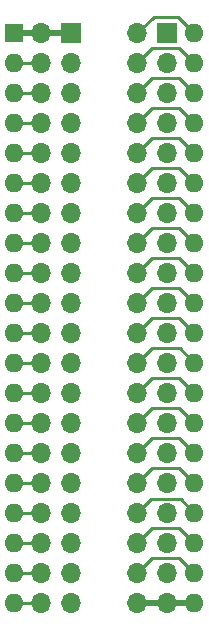
<source format=gbr>
G04 #@! TF.GenerationSoftware,KiCad,Pcbnew,8.0.4*
G04 #@! TF.CreationDate,2024-11-26T14:33:15+01:00*
G04 #@! TF.ProjectId,6502 2x40 Pin Cable Header,36353032-2032-4783-9430-2050696e2043,rev?*
G04 #@! TF.SameCoordinates,Original*
G04 #@! TF.FileFunction,Copper,L2,Bot*
G04 #@! TF.FilePolarity,Positive*
%FSLAX46Y46*%
G04 Gerber Fmt 4.6, Leading zero omitted, Abs format (unit mm)*
G04 Created by KiCad (PCBNEW 8.0.4) date 2024-11-26 14:33:15*
%MOMM*%
%LPD*%
G01*
G04 APERTURE LIST*
G04 #@! TA.AperFunction,ComponentPad*
%ADD10R,1.700000X1.700000*%
G04 #@! TD*
G04 #@! TA.AperFunction,ComponentPad*
%ADD11O,1.700000X1.700000*%
G04 #@! TD*
G04 #@! TA.AperFunction,ComponentPad*
%ADD12R,1.600000X1.600000*%
G04 #@! TD*
G04 #@! TA.AperFunction,ComponentPad*
%ADD13O,1.600000X1.600000*%
G04 #@! TD*
G04 #@! TA.AperFunction,Conductor*
%ADD14C,0.250000*%
G04 #@! TD*
G04 #@! TA.AperFunction,Conductor*
%ADD15C,0.500000*%
G04 #@! TD*
G04 APERTURE END LIST*
D10*
X126873000Y-57912000D03*
D11*
X124333000Y-57912000D03*
X126873000Y-60452000D03*
X124333000Y-60452000D03*
X126873000Y-62992000D03*
X124333000Y-62992000D03*
X126873000Y-65532000D03*
X124333000Y-65532000D03*
X126873000Y-68072000D03*
X124333000Y-68072000D03*
X126873000Y-70612000D03*
X124333000Y-70612000D03*
X126873000Y-73152000D03*
X124333000Y-73152000D03*
X126873000Y-75692000D03*
X124333000Y-75692000D03*
X126873000Y-78232000D03*
X124333000Y-78232000D03*
X126873000Y-80772000D03*
X124333000Y-80772000D03*
X126873000Y-83312000D03*
X124333000Y-83312000D03*
X126873000Y-85852000D03*
X124333000Y-85852000D03*
X126873000Y-88392000D03*
X124333000Y-88392000D03*
X126873000Y-90932000D03*
X124333000Y-90932000D03*
X126873000Y-93472000D03*
X124333000Y-93472000D03*
X126873000Y-96012000D03*
X124333000Y-96012000D03*
X126873000Y-98552000D03*
X124333000Y-98552000D03*
X126873000Y-101092000D03*
X124333000Y-101092000D03*
X126873000Y-103632000D03*
X124333000Y-103632000D03*
X126873000Y-106172000D03*
X124333000Y-106172000D03*
D10*
X135001000Y-57912000D03*
D11*
X132461000Y-57912000D03*
X135001000Y-60452000D03*
X132461000Y-60452000D03*
X135001000Y-62992000D03*
X132461000Y-62992000D03*
X135001000Y-65532000D03*
X132461000Y-65532000D03*
X135001000Y-68072000D03*
X132461000Y-68072000D03*
X135001000Y-70612000D03*
X132461000Y-70612000D03*
X135001000Y-73152000D03*
X132461000Y-73152000D03*
X135001000Y-75692000D03*
X132461000Y-75692000D03*
X135001000Y-78232000D03*
X132461000Y-78232000D03*
X135001000Y-80772000D03*
X132461000Y-80772000D03*
X135001000Y-83312000D03*
X132461000Y-83312000D03*
X135001000Y-85852000D03*
X132461000Y-85852000D03*
X135001000Y-88392000D03*
X132461000Y-88392000D03*
X135001000Y-90932000D03*
X132461000Y-90932000D03*
X135001000Y-93472000D03*
X132461000Y-93472000D03*
X135001000Y-96012000D03*
X132461000Y-96012000D03*
X135001000Y-98552000D03*
X132461000Y-98552000D03*
X135001000Y-101092000D03*
X132461000Y-101092000D03*
X135001000Y-103632000D03*
X132461000Y-103632000D03*
X135001000Y-106172000D03*
X132461000Y-106172000D03*
D12*
X122047000Y-57912000D03*
D13*
X122047000Y-60452000D03*
X122047000Y-62992000D03*
X122047000Y-65532000D03*
X122047000Y-68072000D03*
X122047000Y-70612000D03*
X122047000Y-73152000D03*
X122047000Y-75692000D03*
X122047000Y-78232000D03*
X122047000Y-80772000D03*
X122047000Y-83312000D03*
X122047000Y-85852000D03*
X122047000Y-88392000D03*
X122047000Y-90932000D03*
X122047000Y-93472000D03*
X122047000Y-96012000D03*
X122047000Y-98552000D03*
X122047000Y-101092000D03*
X122047000Y-103632000D03*
X122047000Y-106172000D03*
X137287000Y-106172000D03*
X137287000Y-103632000D03*
X137287000Y-101092000D03*
X137287000Y-98552000D03*
X137287000Y-96012000D03*
X137287000Y-93472000D03*
X137287000Y-90932000D03*
X137287000Y-88392000D03*
X137287000Y-85852000D03*
X137287000Y-83312000D03*
X137287000Y-80772000D03*
X137287000Y-78232000D03*
X137287000Y-75692000D03*
X137287000Y-73152000D03*
X137287000Y-70612000D03*
X137287000Y-68072000D03*
X137287000Y-65532000D03*
X137287000Y-62992000D03*
X137287000Y-60452000D03*
X137287000Y-57912000D03*
D14*
X133713000Y-84600000D02*
X136035000Y-84600000D01*
X132461000Y-85852000D02*
X133713000Y-84600000D01*
X136035000Y-84600000D02*
X137287000Y-85852000D01*
X122047000Y-60452000D02*
X124333000Y-60452000D01*
X122047000Y-62992000D02*
X124333000Y-62992000D01*
X122047000Y-65532000D02*
X124333000Y-65532000D01*
X122047000Y-68072000D02*
X124333000Y-68072000D01*
X122047000Y-70612000D02*
X124333000Y-70612000D01*
X122047000Y-73152000D02*
X124333000Y-73152000D01*
X122047000Y-75692000D02*
X124333000Y-75692000D01*
X122047000Y-78232000D02*
X124333000Y-78232000D01*
D15*
X135001000Y-106172000D02*
X137287000Y-106172000D01*
X132461000Y-106172000D02*
X135001000Y-106172000D01*
X124333000Y-57912000D02*
X126873000Y-57912000D01*
X122047000Y-57912000D02*
X124333000Y-57912000D01*
D14*
X122047000Y-80772000D02*
X124333000Y-80772000D01*
X122047000Y-83312000D02*
X124333000Y-83312000D01*
X122047000Y-85852000D02*
X124333000Y-85852000D01*
X122047000Y-88392000D02*
X124333000Y-88392000D01*
X122047000Y-90932000D02*
X124333000Y-90932000D01*
X122047000Y-93472000D02*
X124333000Y-93472000D01*
X122047000Y-96012000D02*
X124333000Y-96012000D01*
X122047000Y-98552000D02*
X124333000Y-98552000D01*
X122047000Y-101092000D02*
X124333000Y-101092000D01*
X122047000Y-103632000D02*
X124333000Y-103632000D01*
X124333000Y-106172000D02*
X122047000Y-106172000D01*
X133858000Y-56515000D02*
X135890000Y-56515000D01*
X135890000Y-56515000D02*
X137287000Y-57912000D01*
X132461000Y-57912000D02*
X133858000Y-56515000D01*
X133731000Y-59182000D02*
X136017000Y-59182000D01*
X132461000Y-60452000D02*
X133731000Y-59182000D01*
X136017000Y-59182000D02*
X137287000Y-60452000D01*
X132461000Y-62992000D02*
X133731000Y-61722000D01*
X136017000Y-61722000D02*
X137287000Y-62992000D01*
X133731000Y-61722000D02*
X136017000Y-61722000D01*
X132461000Y-65532000D02*
X133731000Y-64262000D01*
X133731000Y-64262000D02*
X136017000Y-64262000D01*
X136017000Y-64262000D02*
X137287000Y-65532000D01*
X133731000Y-66802000D02*
X136017000Y-66802000D01*
X132461000Y-68072000D02*
X133731000Y-66802000D01*
X136017000Y-66802000D02*
X137287000Y-68072000D01*
X136017000Y-69342000D02*
X137287000Y-70612000D01*
X133731000Y-69342000D02*
X136017000Y-69342000D01*
X132461000Y-70612000D02*
X133731000Y-69342000D01*
X133731000Y-71882000D02*
X136017000Y-71882000D01*
X132461000Y-73152000D02*
X133731000Y-71882000D01*
X136017000Y-71882000D02*
X137287000Y-73152000D01*
X133731000Y-74422000D02*
X136017000Y-74422000D01*
X136017000Y-74422000D02*
X137287000Y-75692000D01*
X132461000Y-75692000D02*
X133731000Y-74422000D01*
X136017000Y-76962000D02*
X137287000Y-78232000D01*
X133731000Y-76962000D02*
X136017000Y-76962000D01*
X132461000Y-78232000D02*
X133731000Y-76962000D01*
X132461000Y-80772000D02*
X133731000Y-79502000D01*
X136017000Y-79502000D02*
X137287000Y-80772000D01*
X133731000Y-79502000D02*
X136017000Y-79502000D01*
X136017000Y-82042000D02*
X137287000Y-83312000D01*
X133731000Y-82042000D02*
X136017000Y-82042000D01*
X132461000Y-83312000D02*
X133731000Y-82042000D01*
X132461000Y-88392000D02*
X133731000Y-87122000D01*
X136017000Y-87122000D02*
X137287000Y-88392000D01*
X133731000Y-87122000D02*
X136017000Y-87122000D01*
X136017000Y-89662000D02*
X137287000Y-90932000D01*
X133731000Y-89662000D02*
X136017000Y-89662000D01*
X132461000Y-90932000D02*
X133731000Y-89662000D01*
X132461000Y-93472000D02*
X133731000Y-92202000D01*
X133731000Y-92202000D02*
X136017000Y-92202000D01*
X136017000Y-92202000D02*
X137287000Y-93472000D01*
X136017000Y-94742000D02*
X137287000Y-96012000D01*
X132461000Y-96012000D02*
X133731000Y-94742000D01*
X133731000Y-94742000D02*
X136017000Y-94742000D01*
X133636001Y-97376999D02*
X136111999Y-97376999D01*
X136111999Y-97376999D02*
X137287000Y-98552000D01*
X132461000Y-98552000D02*
X133636001Y-97376999D01*
X132461000Y-101092000D02*
X133731000Y-99822000D01*
X133731000Y-99822000D02*
X136017000Y-99822000D01*
X136017000Y-99822000D02*
X137287000Y-101092000D01*
X132461000Y-103632000D02*
X133731000Y-102362000D01*
X133731000Y-102362000D02*
X136017000Y-102362000D01*
X136017000Y-102362000D02*
X137287000Y-103632000D01*
M02*

</source>
